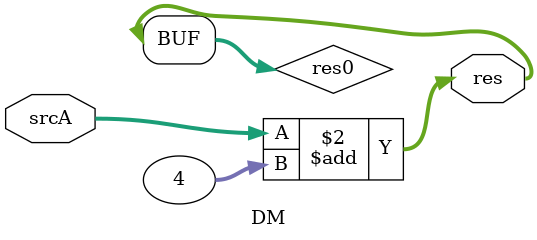
<source format=v>

module DM(
    input wire [31:0]   srcA,      
    output reg [31:0]   res     
);

reg [31:0] res0;

always @(*) 
    begin   
        res0 = srcA + 32'd4;
        res <= res0;  
    end

endmodule
</source>
